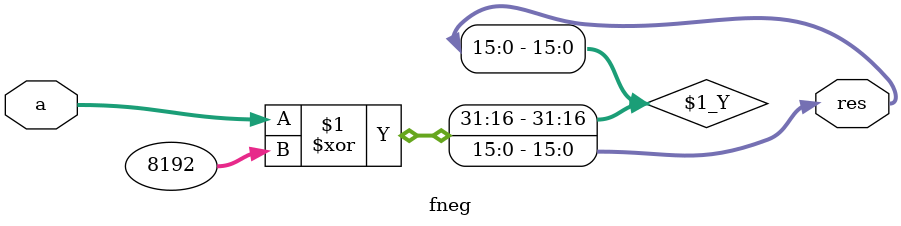
<source format=sv>
`timescale 1ns/1ps
module fneg
    #(parameter
        ID=1,
        WIDTH=16
    )(
    input wire[WIDTH-1:0] a,
    output wire[WIDTH-1:0] res
);
    assign res = a ^ (1 << (WIDTH-3));
endmodule

</source>
